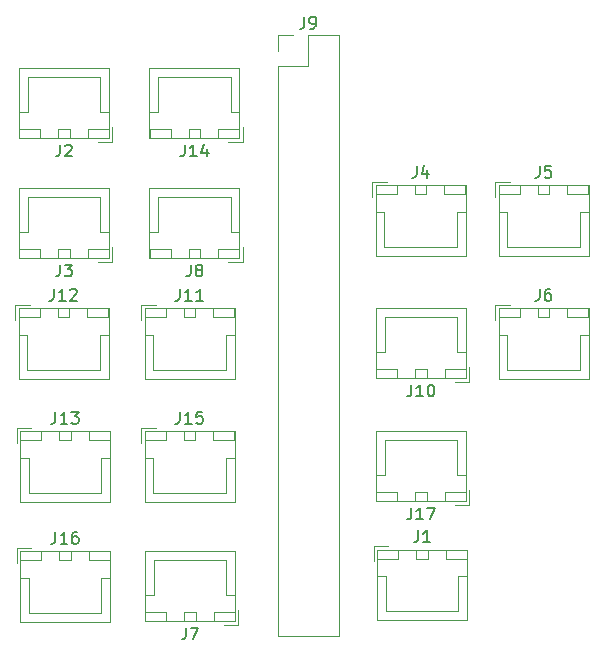
<source format=gbr>
G04 #@! TF.GenerationSoftware,KiCad,Pcbnew,(5.0.0-3-g5ebb6b6)*
G04 #@! TF.CreationDate,2018-08-23T00:05:31-04:00*
G04 #@! TF.ProjectId,Pyxel-Paradise,507978656C2D50617261646973652E6B,rev?*
G04 #@! TF.SameCoordinates,Original*
G04 #@! TF.FileFunction,Legend,Top*
G04 #@! TF.FilePolarity,Positive*
%FSLAX46Y46*%
G04 Gerber Fmt 4.6, Leading zero omitted, Abs format (unit mm)*
G04 Created by KiCad (PCBNEW (5.0.0-3-g5ebb6b6)) date Thursday, August 23, 2018 at 12:05:31 AM*
%MOMM*%
%LPD*%
G01*
G04 APERTURE LIST*
%ADD10C,0.120000*%
%ADD11C,0.150000*%
G04 APERTURE END LIST*
D10*
G04 #@! TO.C,J1*
X166223000Y-108411000D02*
X166223000Y-114381000D01*
X166223000Y-114381000D02*
X173843000Y-114381000D01*
X173843000Y-114381000D02*
X173843000Y-108411000D01*
X173843000Y-108411000D02*
X166223000Y-108411000D01*
X169533000Y-108421000D02*
X169533000Y-109171000D01*
X169533000Y-109171000D02*
X170533000Y-109171000D01*
X170533000Y-109171000D02*
X170533000Y-108421000D01*
X170533000Y-108421000D02*
X169533000Y-108421000D01*
X166233000Y-108421000D02*
X166233000Y-109171000D01*
X166233000Y-109171000D02*
X168033000Y-109171000D01*
X168033000Y-109171000D02*
X168033000Y-108421000D01*
X168033000Y-108421000D02*
X166233000Y-108421000D01*
X172033000Y-108421000D02*
X172033000Y-109171000D01*
X172033000Y-109171000D02*
X173833000Y-109171000D01*
X173833000Y-109171000D02*
X173833000Y-108421000D01*
X173833000Y-108421000D02*
X172033000Y-108421000D01*
X166233000Y-110671000D02*
X166983000Y-110671000D01*
X166983000Y-110671000D02*
X166983000Y-113621000D01*
X166983000Y-113621000D02*
X170033000Y-113621000D01*
X173833000Y-110671000D02*
X173083000Y-110671000D01*
X173083000Y-110671000D02*
X173083000Y-113621000D01*
X173083000Y-113621000D02*
X170033000Y-113621000D01*
X167183000Y-108121000D02*
X165933000Y-108121000D01*
X165933000Y-108121000D02*
X165933000Y-109371000D01*
G04 #@! TO.C,J2*
X143820000Y-73870000D02*
X143820000Y-72620000D01*
X142570000Y-73870000D02*
X143820000Y-73870000D01*
X136670000Y-68370000D02*
X139720000Y-68370000D01*
X136670000Y-71320000D02*
X136670000Y-68370000D01*
X135920000Y-71320000D02*
X136670000Y-71320000D01*
X142770000Y-68370000D02*
X139720000Y-68370000D01*
X142770000Y-71320000D02*
X142770000Y-68370000D01*
X143520000Y-71320000D02*
X142770000Y-71320000D01*
X135920000Y-73570000D02*
X137720000Y-73570000D01*
X135920000Y-72820000D02*
X135920000Y-73570000D01*
X137720000Y-72820000D02*
X135920000Y-72820000D01*
X137720000Y-73570000D02*
X137720000Y-72820000D01*
X141720000Y-73570000D02*
X143520000Y-73570000D01*
X141720000Y-72820000D02*
X141720000Y-73570000D01*
X143520000Y-72820000D02*
X141720000Y-72820000D01*
X143520000Y-73570000D02*
X143520000Y-72820000D01*
X139220000Y-73570000D02*
X140220000Y-73570000D01*
X139220000Y-72820000D02*
X139220000Y-73570000D01*
X140220000Y-72820000D02*
X139220000Y-72820000D01*
X140220000Y-73570000D02*
X140220000Y-72820000D01*
X135910000Y-73580000D02*
X143530000Y-73580000D01*
X135910000Y-67610000D02*
X135910000Y-73580000D01*
X143530000Y-67610000D02*
X135910000Y-67610000D01*
X143530000Y-73580000D02*
X143530000Y-67610000D01*
G04 #@! TO.C,J3*
X143530000Y-83740000D02*
X143530000Y-77770000D01*
X143530000Y-77770000D02*
X135910000Y-77770000D01*
X135910000Y-77770000D02*
X135910000Y-83740000D01*
X135910000Y-83740000D02*
X143530000Y-83740000D01*
X140220000Y-83730000D02*
X140220000Y-82980000D01*
X140220000Y-82980000D02*
X139220000Y-82980000D01*
X139220000Y-82980000D02*
X139220000Y-83730000D01*
X139220000Y-83730000D02*
X140220000Y-83730000D01*
X143520000Y-83730000D02*
X143520000Y-82980000D01*
X143520000Y-82980000D02*
X141720000Y-82980000D01*
X141720000Y-82980000D02*
X141720000Y-83730000D01*
X141720000Y-83730000D02*
X143520000Y-83730000D01*
X137720000Y-83730000D02*
X137720000Y-82980000D01*
X137720000Y-82980000D02*
X135920000Y-82980000D01*
X135920000Y-82980000D02*
X135920000Y-83730000D01*
X135920000Y-83730000D02*
X137720000Y-83730000D01*
X143520000Y-81480000D02*
X142770000Y-81480000D01*
X142770000Y-81480000D02*
X142770000Y-78530000D01*
X142770000Y-78530000D02*
X139720000Y-78530000D01*
X135920000Y-81480000D02*
X136670000Y-81480000D01*
X136670000Y-81480000D02*
X136670000Y-78530000D01*
X136670000Y-78530000D02*
X139720000Y-78530000D01*
X142570000Y-84030000D02*
X143820000Y-84030000D01*
X143820000Y-84030000D02*
X143820000Y-82780000D01*
G04 #@! TO.C,J4*
X165806000Y-77260000D02*
X165806000Y-78510000D01*
X167056000Y-77260000D02*
X165806000Y-77260000D01*
X172956000Y-82760000D02*
X169906000Y-82760000D01*
X172956000Y-79810000D02*
X172956000Y-82760000D01*
X173706000Y-79810000D02*
X172956000Y-79810000D01*
X166856000Y-82760000D02*
X169906000Y-82760000D01*
X166856000Y-79810000D02*
X166856000Y-82760000D01*
X166106000Y-79810000D02*
X166856000Y-79810000D01*
X173706000Y-77560000D02*
X171906000Y-77560000D01*
X173706000Y-78310000D02*
X173706000Y-77560000D01*
X171906000Y-78310000D02*
X173706000Y-78310000D01*
X171906000Y-77560000D02*
X171906000Y-78310000D01*
X167906000Y-77560000D02*
X166106000Y-77560000D01*
X167906000Y-78310000D02*
X167906000Y-77560000D01*
X166106000Y-78310000D02*
X167906000Y-78310000D01*
X166106000Y-77560000D02*
X166106000Y-78310000D01*
X170406000Y-77560000D02*
X169406000Y-77560000D01*
X170406000Y-78310000D02*
X170406000Y-77560000D01*
X169406000Y-78310000D02*
X170406000Y-78310000D01*
X169406000Y-77560000D02*
X169406000Y-78310000D01*
X173716000Y-77550000D02*
X166096000Y-77550000D01*
X173716000Y-83520000D02*
X173716000Y-77550000D01*
X166096000Y-83520000D02*
X173716000Y-83520000D01*
X166096000Y-77550000D02*
X166096000Y-83520000D01*
G04 #@! TO.C,J5*
X176510000Y-77550000D02*
X176510000Y-83520000D01*
X176510000Y-83520000D02*
X184130000Y-83520000D01*
X184130000Y-83520000D02*
X184130000Y-77550000D01*
X184130000Y-77550000D02*
X176510000Y-77550000D01*
X179820000Y-77560000D02*
X179820000Y-78310000D01*
X179820000Y-78310000D02*
X180820000Y-78310000D01*
X180820000Y-78310000D02*
X180820000Y-77560000D01*
X180820000Y-77560000D02*
X179820000Y-77560000D01*
X176520000Y-77560000D02*
X176520000Y-78310000D01*
X176520000Y-78310000D02*
X178320000Y-78310000D01*
X178320000Y-78310000D02*
X178320000Y-77560000D01*
X178320000Y-77560000D02*
X176520000Y-77560000D01*
X182320000Y-77560000D02*
X182320000Y-78310000D01*
X182320000Y-78310000D02*
X184120000Y-78310000D01*
X184120000Y-78310000D02*
X184120000Y-77560000D01*
X184120000Y-77560000D02*
X182320000Y-77560000D01*
X176520000Y-79810000D02*
X177270000Y-79810000D01*
X177270000Y-79810000D02*
X177270000Y-82760000D01*
X177270000Y-82760000D02*
X180320000Y-82760000D01*
X184120000Y-79810000D02*
X183370000Y-79810000D01*
X183370000Y-79810000D02*
X183370000Y-82760000D01*
X183370000Y-82760000D02*
X180320000Y-82760000D01*
X177470000Y-77260000D02*
X176220000Y-77260000D01*
X176220000Y-77260000D02*
X176220000Y-78510000D01*
G04 #@! TO.C,J6*
X176220000Y-87674000D02*
X176220000Y-88924000D01*
X177470000Y-87674000D02*
X176220000Y-87674000D01*
X183370000Y-93174000D02*
X180320000Y-93174000D01*
X183370000Y-90224000D02*
X183370000Y-93174000D01*
X184120000Y-90224000D02*
X183370000Y-90224000D01*
X177270000Y-93174000D02*
X180320000Y-93174000D01*
X177270000Y-90224000D02*
X177270000Y-93174000D01*
X176520000Y-90224000D02*
X177270000Y-90224000D01*
X184120000Y-87974000D02*
X182320000Y-87974000D01*
X184120000Y-88724000D02*
X184120000Y-87974000D01*
X182320000Y-88724000D02*
X184120000Y-88724000D01*
X182320000Y-87974000D02*
X182320000Y-88724000D01*
X178320000Y-87974000D02*
X176520000Y-87974000D01*
X178320000Y-88724000D02*
X178320000Y-87974000D01*
X176520000Y-88724000D02*
X178320000Y-88724000D01*
X176520000Y-87974000D02*
X176520000Y-88724000D01*
X180820000Y-87974000D02*
X179820000Y-87974000D01*
X180820000Y-88724000D02*
X180820000Y-87974000D01*
X179820000Y-88724000D02*
X180820000Y-88724000D01*
X179820000Y-87974000D02*
X179820000Y-88724000D01*
X184130000Y-87964000D02*
X176510000Y-87964000D01*
X184130000Y-93934000D02*
X184130000Y-87964000D01*
X176510000Y-93934000D02*
X184130000Y-93934000D01*
X176510000Y-87964000D02*
X176510000Y-93934000D01*
G04 #@! TO.C,J7*
X154198000Y-114474000D02*
X154198000Y-108504000D01*
X154198000Y-108504000D02*
X146578000Y-108504000D01*
X146578000Y-108504000D02*
X146578000Y-114474000D01*
X146578000Y-114474000D02*
X154198000Y-114474000D01*
X150888000Y-114464000D02*
X150888000Y-113714000D01*
X150888000Y-113714000D02*
X149888000Y-113714000D01*
X149888000Y-113714000D02*
X149888000Y-114464000D01*
X149888000Y-114464000D02*
X150888000Y-114464000D01*
X154188000Y-114464000D02*
X154188000Y-113714000D01*
X154188000Y-113714000D02*
X152388000Y-113714000D01*
X152388000Y-113714000D02*
X152388000Y-114464000D01*
X152388000Y-114464000D02*
X154188000Y-114464000D01*
X148388000Y-114464000D02*
X148388000Y-113714000D01*
X148388000Y-113714000D02*
X146588000Y-113714000D01*
X146588000Y-113714000D02*
X146588000Y-114464000D01*
X146588000Y-114464000D02*
X148388000Y-114464000D01*
X154188000Y-112214000D02*
X153438000Y-112214000D01*
X153438000Y-112214000D02*
X153438000Y-109264000D01*
X153438000Y-109264000D02*
X150388000Y-109264000D01*
X146588000Y-112214000D02*
X147338000Y-112214000D01*
X147338000Y-112214000D02*
X147338000Y-109264000D01*
X147338000Y-109264000D02*
X150388000Y-109264000D01*
X153238000Y-114764000D02*
X154488000Y-114764000D01*
X154488000Y-114764000D02*
X154488000Y-113514000D01*
G04 #@! TO.C,J8*
X154869000Y-84030000D02*
X154869000Y-82780000D01*
X153619000Y-84030000D02*
X154869000Y-84030000D01*
X147719000Y-78530000D02*
X150769000Y-78530000D01*
X147719000Y-81480000D02*
X147719000Y-78530000D01*
X146969000Y-81480000D02*
X147719000Y-81480000D01*
X153819000Y-78530000D02*
X150769000Y-78530000D01*
X153819000Y-81480000D02*
X153819000Y-78530000D01*
X154569000Y-81480000D02*
X153819000Y-81480000D01*
X146969000Y-83730000D02*
X148769000Y-83730000D01*
X146969000Y-82980000D02*
X146969000Y-83730000D01*
X148769000Y-82980000D02*
X146969000Y-82980000D01*
X148769000Y-83730000D02*
X148769000Y-82980000D01*
X152769000Y-83730000D02*
X154569000Y-83730000D01*
X152769000Y-82980000D02*
X152769000Y-83730000D01*
X154569000Y-82980000D02*
X152769000Y-82980000D01*
X154569000Y-83730000D02*
X154569000Y-82980000D01*
X150269000Y-83730000D02*
X151269000Y-83730000D01*
X150269000Y-82980000D02*
X150269000Y-83730000D01*
X151269000Y-82980000D02*
X150269000Y-82980000D01*
X151269000Y-83730000D02*
X151269000Y-82980000D01*
X146959000Y-83740000D02*
X154579000Y-83740000D01*
X146959000Y-77770000D02*
X146959000Y-83740000D01*
X154579000Y-77770000D02*
X146959000Y-77770000D01*
X154579000Y-83740000D02*
X154579000Y-77770000D01*
G04 #@! TO.C,J9*
X157801000Y-115757000D02*
X163001000Y-115757000D01*
X157801000Y-67437000D02*
X157801000Y-115757000D01*
X163001000Y-64837000D02*
X163001000Y-115757000D01*
X157801000Y-67437000D02*
X160401000Y-67437000D01*
X160401000Y-67437000D02*
X160401000Y-64837000D01*
X160401000Y-64837000D02*
X163001000Y-64837000D01*
X157801000Y-66167000D02*
X157801000Y-64837000D01*
X157801000Y-64837000D02*
X159131000Y-64837000D01*
G04 #@! TO.C,J10*
X173756000Y-93900000D02*
X173756000Y-87930000D01*
X173756000Y-87930000D02*
X166136000Y-87930000D01*
X166136000Y-87930000D02*
X166136000Y-93900000D01*
X166136000Y-93900000D02*
X173756000Y-93900000D01*
X170446000Y-93890000D02*
X170446000Y-93140000D01*
X170446000Y-93140000D02*
X169446000Y-93140000D01*
X169446000Y-93140000D02*
X169446000Y-93890000D01*
X169446000Y-93890000D02*
X170446000Y-93890000D01*
X173746000Y-93890000D02*
X173746000Y-93140000D01*
X173746000Y-93140000D02*
X171946000Y-93140000D01*
X171946000Y-93140000D02*
X171946000Y-93890000D01*
X171946000Y-93890000D02*
X173746000Y-93890000D01*
X167946000Y-93890000D02*
X167946000Y-93140000D01*
X167946000Y-93140000D02*
X166146000Y-93140000D01*
X166146000Y-93140000D02*
X166146000Y-93890000D01*
X166146000Y-93890000D02*
X167946000Y-93890000D01*
X173746000Y-91640000D02*
X172996000Y-91640000D01*
X172996000Y-91640000D02*
X172996000Y-88690000D01*
X172996000Y-88690000D02*
X169946000Y-88690000D01*
X166146000Y-91640000D02*
X166896000Y-91640000D01*
X166896000Y-91640000D02*
X166896000Y-88690000D01*
X166896000Y-88690000D02*
X169946000Y-88690000D01*
X172796000Y-94190000D02*
X174046000Y-94190000D01*
X174046000Y-94190000D02*
X174046000Y-92940000D01*
G04 #@! TO.C,J11*
X146248000Y-87674000D02*
X146248000Y-88924000D01*
X147498000Y-87674000D02*
X146248000Y-87674000D01*
X153398000Y-93174000D02*
X150348000Y-93174000D01*
X153398000Y-90224000D02*
X153398000Y-93174000D01*
X154148000Y-90224000D02*
X153398000Y-90224000D01*
X147298000Y-93174000D02*
X150348000Y-93174000D01*
X147298000Y-90224000D02*
X147298000Y-93174000D01*
X146548000Y-90224000D02*
X147298000Y-90224000D01*
X154148000Y-87974000D02*
X152348000Y-87974000D01*
X154148000Y-88724000D02*
X154148000Y-87974000D01*
X152348000Y-88724000D02*
X154148000Y-88724000D01*
X152348000Y-87974000D02*
X152348000Y-88724000D01*
X148348000Y-87974000D02*
X146548000Y-87974000D01*
X148348000Y-88724000D02*
X148348000Y-87974000D01*
X146548000Y-88724000D02*
X148348000Y-88724000D01*
X146548000Y-87974000D02*
X146548000Y-88724000D01*
X150848000Y-87974000D02*
X149848000Y-87974000D01*
X150848000Y-88724000D02*
X150848000Y-87974000D01*
X149848000Y-88724000D02*
X150848000Y-88724000D01*
X149848000Y-87974000D02*
X149848000Y-88724000D01*
X154158000Y-87964000D02*
X146538000Y-87964000D01*
X154158000Y-93934000D02*
X154158000Y-87964000D01*
X146538000Y-93934000D02*
X154158000Y-93934000D01*
X146538000Y-87964000D02*
X146538000Y-93934000D01*
G04 #@! TO.C,J12*
X135870000Y-87964000D02*
X135870000Y-93934000D01*
X135870000Y-93934000D02*
X143490000Y-93934000D01*
X143490000Y-93934000D02*
X143490000Y-87964000D01*
X143490000Y-87964000D02*
X135870000Y-87964000D01*
X139180000Y-87974000D02*
X139180000Y-88724000D01*
X139180000Y-88724000D02*
X140180000Y-88724000D01*
X140180000Y-88724000D02*
X140180000Y-87974000D01*
X140180000Y-87974000D02*
X139180000Y-87974000D01*
X135880000Y-87974000D02*
X135880000Y-88724000D01*
X135880000Y-88724000D02*
X137680000Y-88724000D01*
X137680000Y-88724000D02*
X137680000Y-87974000D01*
X137680000Y-87974000D02*
X135880000Y-87974000D01*
X141680000Y-87974000D02*
X141680000Y-88724000D01*
X141680000Y-88724000D02*
X143480000Y-88724000D01*
X143480000Y-88724000D02*
X143480000Y-87974000D01*
X143480000Y-87974000D02*
X141680000Y-87974000D01*
X135880000Y-90224000D02*
X136630000Y-90224000D01*
X136630000Y-90224000D02*
X136630000Y-93174000D01*
X136630000Y-93174000D02*
X139680000Y-93174000D01*
X143480000Y-90224000D02*
X142730000Y-90224000D01*
X142730000Y-90224000D02*
X142730000Y-93174000D01*
X142730000Y-93174000D02*
X139680000Y-93174000D01*
X136830000Y-87674000D02*
X135580000Y-87674000D01*
X135580000Y-87674000D02*
X135580000Y-88924000D01*
G04 #@! TO.C,J13*
X135707000Y-98088000D02*
X135707000Y-99338000D01*
X136957000Y-98088000D02*
X135707000Y-98088000D01*
X142857000Y-103588000D02*
X139807000Y-103588000D01*
X142857000Y-100638000D02*
X142857000Y-103588000D01*
X143607000Y-100638000D02*
X142857000Y-100638000D01*
X136757000Y-103588000D02*
X139807000Y-103588000D01*
X136757000Y-100638000D02*
X136757000Y-103588000D01*
X136007000Y-100638000D02*
X136757000Y-100638000D01*
X143607000Y-98388000D02*
X141807000Y-98388000D01*
X143607000Y-99138000D02*
X143607000Y-98388000D01*
X141807000Y-99138000D02*
X143607000Y-99138000D01*
X141807000Y-98388000D02*
X141807000Y-99138000D01*
X137807000Y-98388000D02*
X136007000Y-98388000D01*
X137807000Y-99138000D02*
X137807000Y-98388000D01*
X136007000Y-99138000D02*
X137807000Y-99138000D01*
X136007000Y-98388000D02*
X136007000Y-99138000D01*
X140307000Y-98388000D02*
X139307000Y-98388000D01*
X140307000Y-99138000D02*
X140307000Y-98388000D01*
X139307000Y-99138000D02*
X140307000Y-99138000D01*
X139307000Y-98388000D02*
X139307000Y-99138000D01*
X143617000Y-98378000D02*
X135997000Y-98378000D01*
X143617000Y-104348000D02*
X143617000Y-98378000D01*
X135997000Y-104348000D02*
X143617000Y-104348000D01*
X135997000Y-98378000D02*
X135997000Y-104348000D01*
G04 #@! TO.C,J14*
X154579000Y-73580000D02*
X154579000Y-67610000D01*
X154579000Y-67610000D02*
X146959000Y-67610000D01*
X146959000Y-67610000D02*
X146959000Y-73580000D01*
X146959000Y-73580000D02*
X154579000Y-73580000D01*
X151269000Y-73570000D02*
X151269000Y-72820000D01*
X151269000Y-72820000D02*
X150269000Y-72820000D01*
X150269000Y-72820000D02*
X150269000Y-73570000D01*
X150269000Y-73570000D02*
X151269000Y-73570000D01*
X154569000Y-73570000D02*
X154569000Y-72820000D01*
X154569000Y-72820000D02*
X152769000Y-72820000D01*
X152769000Y-72820000D02*
X152769000Y-73570000D01*
X152769000Y-73570000D02*
X154569000Y-73570000D01*
X148769000Y-73570000D02*
X148769000Y-72820000D01*
X148769000Y-72820000D02*
X146969000Y-72820000D01*
X146969000Y-72820000D02*
X146969000Y-73570000D01*
X146969000Y-73570000D02*
X148769000Y-73570000D01*
X154569000Y-71320000D02*
X153819000Y-71320000D01*
X153819000Y-71320000D02*
X153819000Y-68370000D01*
X153819000Y-68370000D02*
X150769000Y-68370000D01*
X146969000Y-71320000D02*
X147719000Y-71320000D01*
X147719000Y-71320000D02*
X147719000Y-68370000D01*
X147719000Y-68370000D02*
X150769000Y-68370000D01*
X153619000Y-73870000D02*
X154869000Y-73870000D01*
X154869000Y-73870000D02*
X154869000Y-72620000D01*
G04 #@! TO.C,J15*
X146248000Y-98088000D02*
X146248000Y-99338000D01*
X147498000Y-98088000D02*
X146248000Y-98088000D01*
X153398000Y-103588000D02*
X150348000Y-103588000D01*
X153398000Y-100638000D02*
X153398000Y-103588000D01*
X154148000Y-100638000D02*
X153398000Y-100638000D01*
X147298000Y-103588000D02*
X150348000Y-103588000D01*
X147298000Y-100638000D02*
X147298000Y-103588000D01*
X146548000Y-100638000D02*
X147298000Y-100638000D01*
X154148000Y-98388000D02*
X152348000Y-98388000D01*
X154148000Y-99138000D02*
X154148000Y-98388000D01*
X152348000Y-99138000D02*
X154148000Y-99138000D01*
X152348000Y-98388000D02*
X152348000Y-99138000D01*
X148348000Y-98388000D02*
X146548000Y-98388000D01*
X148348000Y-99138000D02*
X148348000Y-98388000D01*
X146548000Y-99138000D02*
X148348000Y-99138000D01*
X146548000Y-98388000D02*
X146548000Y-99138000D01*
X150848000Y-98388000D02*
X149848000Y-98388000D01*
X150848000Y-99138000D02*
X150848000Y-98388000D01*
X149848000Y-99138000D02*
X150848000Y-99138000D01*
X149848000Y-98388000D02*
X149848000Y-99138000D01*
X154158000Y-98378000D02*
X146538000Y-98378000D01*
X154158000Y-104348000D02*
X154158000Y-98378000D01*
X146538000Y-104348000D02*
X154158000Y-104348000D01*
X146538000Y-98378000D02*
X146538000Y-104348000D01*
G04 #@! TO.C,J16*
X135997000Y-108538000D02*
X135997000Y-114508000D01*
X135997000Y-114508000D02*
X143617000Y-114508000D01*
X143617000Y-114508000D02*
X143617000Y-108538000D01*
X143617000Y-108538000D02*
X135997000Y-108538000D01*
X139307000Y-108548000D02*
X139307000Y-109298000D01*
X139307000Y-109298000D02*
X140307000Y-109298000D01*
X140307000Y-109298000D02*
X140307000Y-108548000D01*
X140307000Y-108548000D02*
X139307000Y-108548000D01*
X136007000Y-108548000D02*
X136007000Y-109298000D01*
X136007000Y-109298000D02*
X137807000Y-109298000D01*
X137807000Y-109298000D02*
X137807000Y-108548000D01*
X137807000Y-108548000D02*
X136007000Y-108548000D01*
X141807000Y-108548000D02*
X141807000Y-109298000D01*
X141807000Y-109298000D02*
X143607000Y-109298000D01*
X143607000Y-109298000D02*
X143607000Y-108548000D01*
X143607000Y-108548000D02*
X141807000Y-108548000D01*
X136007000Y-110798000D02*
X136757000Y-110798000D01*
X136757000Y-110798000D02*
X136757000Y-113748000D01*
X136757000Y-113748000D02*
X139807000Y-113748000D01*
X143607000Y-110798000D02*
X142857000Y-110798000D01*
X142857000Y-110798000D02*
X142857000Y-113748000D01*
X142857000Y-113748000D02*
X139807000Y-113748000D01*
X136957000Y-108248000D02*
X135707000Y-108248000D01*
X135707000Y-108248000D02*
X135707000Y-109498000D01*
G04 #@! TO.C,J17*
X174046000Y-104604000D02*
X174046000Y-103354000D01*
X172796000Y-104604000D02*
X174046000Y-104604000D01*
X166896000Y-99104000D02*
X169946000Y-99104000D01*
X166896000Y-102054000D02*
X166896000Y-99104000D01*
X166146000Y-102054000D02*
X166896000Y-102054000D01*
X172996000Y-99104000D02*
X169946000Y-99104000D01*
X172996000Y-102054000D02*
X172996000Y-99104000D01*
X173746000Y-102054000D02*
X172996000Y-102054000D01*
X166146000Y-104304000D02*
X167946000Y-104304000D01*
X166146000Y-103554000D02*
X166146000Y-104304000D01*
X167946000Y-103554000D02*
X166146000Y-103554000D01*
X167946000Y-104304000D02*
X167946000Y-103554000D01*
X171946000Y-104304000D02*
X173746000Y-104304000D01*
X171946000Y-103554000D02*
X171946000Y-104304000D01*
X173746000Y-103554000D02*
X171946000Y-103554000D01*
X173746000Y-104304000D02*
X173746000Y-103554000D01*
X169446000Y-104304000D02*
X170446000Y-104304000D01*
X169446000Y-103554000D02*
X169446000Y-104304000D01*
X170446000Y-103554000D02*
X169446000Y-103554000D01*
X170446000Y-104304000D02*
X170446000Y-103554000D01*
X166136000Y-104314000D02*
X173756000Y-104314000D01*
X166136000Y-98344000D02*
X166136000Y-104314000D01*
X173756000Y-98344000D02*
X166136000Y-98344000D01*
X173756000Y-104314000D02*
X173756000Y-98344000D01*
G04 #@! TO.C,J1*
D11*
X169699666Y-106773380D02*
X169699666Y-107487666D01*
X169652047Y-107630523D01*
X169556809Y-107725761D01*
X169413952Y-107773380D01*
X169318714Y-107773380D01*
X170699666Y-107773380D02*
X170128238Y-107773380D01*
X170413952Y-107773380D02*
X170413952Y-106773380D01*
X170318714Y-106916238D01*
X170223476Y-107011476D01*
X170128238Y-107059095D01*
G04 #@! TO.C,J2*
X139386666Y-74122380D02*
X139386666Y-74836666D01*
X139339047Y-74979523D01*
X139243809Y-75074761D01*
X139100952Y-75122380D01*
X139005714Y-75122380D01*
X139815238Y-74217619D02*
X139862857Y-74170000D01*
X139958095Y-74122380D01*
X140196190Y-74122380D01*
X140291428Y-74170000D01*
X140339047Y-74217619D01*
X140386666Y-74312857D01*
X140386666Y-74408095D01*
X140339047Y-74550952D01*
X139767619Y-75122380D01*
X140386666Y-75122380D01*
G04 #@! TO.C,J3*
X139386666Y-84282380D02*
X139386666Y-84996666D01*
X139339047Y-85139523D01*
X139243809Y-85234761D01*
X139100952Y-85282380D01*
X139005714Y-85282380D01*
X139767619Y-84282380D02*
X140386666Y-84282380D01*
X140053333Y-84663333D01*
X140196190Y-84663333D01*
X140291428Y-84710952D01*
X140339047Y-84758571D01*
X140386666Y-84853809D01*
X140386666Y-85091904D01*
X140339047Y-85187142D01*
X140291428Y-85234761D01*
X140196190Y-85282380D01*
X139910476Y-85282380D01*
X139815238Y-85234761D01*
X139767619Y-85187142D01*
G04 #@! TO.C,J4*
X169572666Y-75912380D02*
X169572666Y-76626666D01*
X169525047Y-76769523D01*
X169429809Y-76864761D01*
X169286952Y-76912380D01*
X169191714Y-76912380D01*
X170477428Y-76245714D02*
X170477428Y-76912380D01*
X170239333Y-75864761D02*
X170001238Y-76579047D01*
X170620285Y-76579047D01*
G04 #@! TO.C,J5*
X179986666Y-75912380D02*
X179986666Y-76626666D01*
X179939047Y-76769523D01*
X179843809Y-76864761D01*
X179700952Y-76912380D01*
X179605714Y-76912380D01*
X180939047Y-75912380D02*
X180462857Y-75912380D01*
X180415238Y-76388571D01*
X180462857Y-76340952D01*
X180558095Y-76293333D01*
X180796190Y-76293333D01*
X180891428Y-76340952D01*
X180939047Y-76388571D01*
X180986666Y-76483809D01*
X180986666Y-76721904D01*
X180939047Y-76817142D01*
X180891428Y-76864761D01*
X180796190Y-76912380D01*
X180558095Y-76912380D01*
X180462857Y-76864761D01*
X180415238Y-76817142D01*
G04 #@! TO.C,J6*
X179986666Y-86326380D02*
X179986666Y-87040666D01*
X179939047Y-87183523D01*
X179843809Y-87278761D01*
X179700952Y-87326380D01*
X179605714Y-87326380D01*
X180891428Y-86326380D02*
X180700952Y-86326380D01*
X180605714Y-86374000D01*
X180558095Y-86421619D01*
X180462857Y-86564476D01*
X180415238Y-86754952D01*
X180415238Y-87135904D01*
X180462857Y-87231142D01*
X180510476Y-87278761D01*
X180605714Y-87326380D01*
X180796190Y-87326380D01*
X180891428Y-87278761D01*
X180939047Y-87231142D01*
X180986666Y-87135904D01*
X180986666Y-86897809D01*
X180939047Y-86802571D01*
X180891428Y-86754952D01*
X180796190Y-86707333D01*
X180605714Y-86707333D01*
X180510476Y-86754952D01*
X180462857Y-86802571D01*
X180415238Y-86897809D01*
G04 #@! TO.C,J7*
X150054666Y-115016380D02*
X150054666Y-115730666D01*
X150007047Y-115873523D01*
X149911809Y-115968761D01*
X149768952Y-116016380D01*
X149673714Y-116016380D01*
X150435619Y-115016380D02*
X151102285Y-115016380D01*
X150673714Y-116016380D01*
G04 #@! TO.C,J8*
X150435666Y-84282380D02*
X150435666Y-84996666D01*
X150388047Y-85139523D01*
X150292809Y-85234761D01*
X150149952Y-85282380D01*
X150054714Y-85282380D01*
X151054714Y-84710952D02*
X150959476Y-84663333D01*
X150911857Y-84615714D01*
X150864238Y-84520476D01*
X150864238Y-84472857D01*
X150911857Y-84377619D01*
X150959476Y-84330000D01*
X151054714Y-84282380D01*
X151245190Y-84282380D01*
X151340428Y-84330000D01*
X151388047Y-84377619D01*
X151435666Y-84472857D01*
X151435666Y-84520476D01*
X151388047Y-84615714D01*
X151340428Y-84663333D01*
X151245190Y-84710952D01*
X151054714Y-84710952D01*
X150959476Y-84758571D01*
X150911857Y-84806190D01*
X150864238Y-84901428D01*
X150864238Y-85091904D01*
X150911857Y-85187142D01*
X150959476Y-85234761D01*
X151054714Y-85282380D01*
X151245190Y-85282380D01*
X151340428Y-85234761D01*
X151388047Y-85187142D01*
X151435666Y-85091904D01*
X151435666Y-84901428D01*
X151388047Y-84806190D01*
X151340428Y-84758571D01*
X151245190Y-84710952D01*
G04 #@! TO.C,J9*
X160067666Y-63289380D02*
X160067666Y-64003666D01*
X160020047Y-64146523D01*
X159924809Y-64241761D01*
X159781952Y-64289380D01*
X159686714Y-64289380D01*
X160591476Y-64289380D02*
X160781952Y-64289380D01*
X160877190Y-64241761D01*
X160924809Y-64194142D01*
X161020047Y-64051285D01*
X161067666Y-63860809D01*
X161067666Y-63479857D01*
X161020047Y-63384619D01*
X160972428Y-63337000D01*
X160877190Y-63289380D01*
X160686714Y-63289380D01*
X160591476Y-63337000D01*
X160543857Y-63384619D01*
X160496238Y-63479857D01*
X160496238Y-63717952D01*
X160543857Y-63813190D01*
X160591476Y-63860809D01*
X160686714Y-63908428D01*
X160877190Y-63908428D01*
X160972428Y-63860809D01*
X161020047Y-63813190D01*
X161067666Y-63717952D01*
G04 #@! TO.C,J10*
X169136476Y-94442380D02*
X169136476Y-95156666D01*
X169088857Y-95299523D01*
X168993619Y-95394761D01*
X168850761Y-95442380D01*
X168755523Y-95442380D01*
X170136476Y-95442380D02*
X169565047Y-95442380D01*
X169850761Y-95442380D02*
X169850761Y-94442380D01*
X169755523Y-94585238D01*
X169660285Y-94680476D01*
X169565047Y-94728095D01*
X170755523Y-94442380D02*
X170850761Y-94442380D01*
X170946000Y-94490000D01*
X170993619Y-94537619D01*
X171041238Y-94632857D01*
X171088857Y-94823333D01*
X171088857Y-95061428D01*
X171041238Y-95251904D01*
X170993619Y-95347142D01*
X170946000Y-95394761D01*
X170850761Y-95442380D01*
X170755523Y-95442380D01*
X170660285Y-95394761D01*
X170612666Y-95347142D01*
X170565047Y-95251904D01*
X170517428Y-95061428D01*
X170517428Y-94823333D01*
X170565047Y-94632857D01*
X170612666Y-94537619D01*
X170660285Y-94490000D01*
X170755523Y-94442380D01*
G04 #@! TO.C,J11*
X149538476Y-86326380D02*
X149538476Y-87040666D01*
X149490857Y-87183523D01*
X149395619Y-87278761D01*
X149252761Y-87326380D01*
X149157523Y-87326380D01*
X150538476Y-87326380D02*
X149967047Y-87326380D01*
X150252761Y-87326380D02*
X150252761Y-86326380D01*
X150157523Y-86469238D01*
X150062285Y-86564476D01*
X149967047Y-86612095D01*
X151490857Y-87326380D02*
X150919428Y-87326380D01*
X151205142Y-87326380D02*
X151205142Y-86326380D01*
X151109904Y-86469238D01*
X151014666Y-86564476D01*
X150919428Y-86612095D01*
G04 #@! TO.C,J12*
X138870476Y-86326380D02*
X138870476Y-87040666D01*
X138822857Y-87183523D01*
X138727619Y-87278761D01*
X138584761Y-87326380D01*
X138489523Y-87326380D01*
X139870476Y-87326380D02*
X139299047Y-87326380D01*
X139584761Y-87326380D02*
X139584761Y-86326380D01*
X139489523Y-86469238D01*
X139394285Y-86564476D01*
X139299047Y-86612095D01*
X140251428Y-86421619D02*
X140299047Y-86374000D01*
X140394285Y-86326380D01*
X140632380Y-86326380D01*
X140727619Y-86374000D01*
X140775238Y-86421619D01*
X140822857Y-86516857D01*
X140822857Y-86612095D01*
X140775238Y-86754952D01*
X140203809Y-87326380D01*
X140822857Y-87326380D01*
G04 #@! TO.C,J13*
X138997476Y-96740380D02*
X138997476Y-97454666D01*
X138949857Y-97597523D01*
X138854619Y-97692761D01*
X138711761Y-97740380D01*
X138616523Y-97740380D01*
X139997476Y-97740380D02*
X139426047Y-97740380D01*
X139711761Y-97740380D02*
X139711761Y-96740380D01*
X139616523Y-96883238D01*
X139521285Y-96978476D01*
X139426047Y-97026095D01*
X140330809Y-96740380D02*
X140949857Y-96740380D01*
X140616523Y-97121333D01*
X140759380Y-97121333D01*
X140854619Y-97168952D01*
X140902238Y-97216571D01*
X140949857Y-97311809D01*
X140949857Y-97549904D01*
X140902238Y-97645142D01*
X140854619Y-97692761D01*
X140759380Y-97740380D01*
X140473666Y-97740380D01*
X140378428Y-97692761D01*
X140330809Y-97645142D01*
G04 #@! TO.C,J14*
X149959476Y-74122380D02*
X149959476Y-74836666D01*
X149911857Y-74979523D01*
X149816619Y-75074761D01*
X149673761Y-75122380D01*
X149578523Y-75122380D01*
X150959476Y-75122380D02*
X150388047Y-75122380D01*
X150673761Y-75122380D02*
X150673761Y-74122380D01*
X150578523Y-74265238D01*
X150483285Y-74360476D01*
X150388047Y-74408095D01*
X151816619Y-74455714D02*
X151816619Y-75122380D01*
X151578523Y-74074761D02*
X151340428Y-74789047D01*
X151959476Y-74789047D01*
G04 #@! TO.C,J15*
X149538476Y-96740380D02*
X149538476Y-97454666D01*
X149490857Y-97597523D01*
X149395619Y-97692761D01*
X149252761Y-97740380D01*
X149157523Y-97740380D01*
X150538476Y-97740380D02*
X149967047Y-97740380D01*
X150252761Y-97740380D02*
X150252761Y-96740380D01*
X150157523Y-96883238D01*
X150062285Y-96978476D01*
X149967047Y-97026095D01*
X151443238Y-96740380D02*
X150967047Y-96740380D01*
X150919428Y-97216571D01*
X150967047Y-97168952D01*
X151062285Y-97121333D01*
X151300380Y-97121333D01*
X151395619Y-97168952D01*
X151443238Y-97216571D01*
X151490857Y-97311809D01*
X151490857Y-97549904D01*
X151443238Y-97645142D01*
X151395619Y-97692761D01*
X151300380Y-97740380D01*
X151062285Y-97740380D01*
X150967047Y-97692761D01*
X150919428Y-97645142D01*
G04 #@! TO.C,J16*
X138997476Y-106900380D02*
X138997476Y-107614666D01*
X138949857Y-107757523D01*
X138854619Y-107852761D01*
X138711761Y-107900380D01*
X138616523Y-107900380D01*
X139997476Y-107900380D02*
X139426047Y-107900380D01*
X139711761Y-107900380D02*
X139711761Y-106900380D01*
X139616523Y-107043238D01*
X139521285Y-107138476D01*
X139426047Y-107186095D01*
X140854619Y-106900380D02*
X140664142Y-106900380D01*
X140568904Y-106948000D01*
X140521285Y-106995619D01*
X140426047Y-107138476D01*
X140378428Y-107328952D01*
X140378428Y-107709904D01*
X140426047Y-107805142D01*
X140473666Y-107852761D01*
X140568904Y-107900380D01*
X140759380Y-107900380D01*
X140854619Y-107852761D01*
X140902238Y-107805142D01*
X140949857Y-107709904D01*
X140949857Y-107471809D01*
X140902238Y-107376571D01*
X140854619Y-107328952D01*
X140759380Y-107281333D01*
X140568904Y-107281333D01*
X140473666Y-107328952D01*
X140426047Y-107376571D01*
X140378428Y-107471809D01*
G04 #@! TO.C,J17*
X169136476Y-104856380D02*
X169136476Y-105570666D01*
X169088857Y-105713523D01*
X168993619Y-105808761D01*
X168850761Y-105856380D01*
X168755523Y-105856380D01*
X170136476Y-105856380D02*
X169565047Y-105856380D01*
X169850761Y-105856380D02*
X169850761Y-104856380D01*
X169755523Y-104999238D01*
X169660285Y-105094476D01*
X169565047Y-105142095D01*
X170469809Y-104856380D02*
X171136476Y-104856380D01*
X170707904Y-105856380D01*
G04 #@! TD*
M02*

</source>
